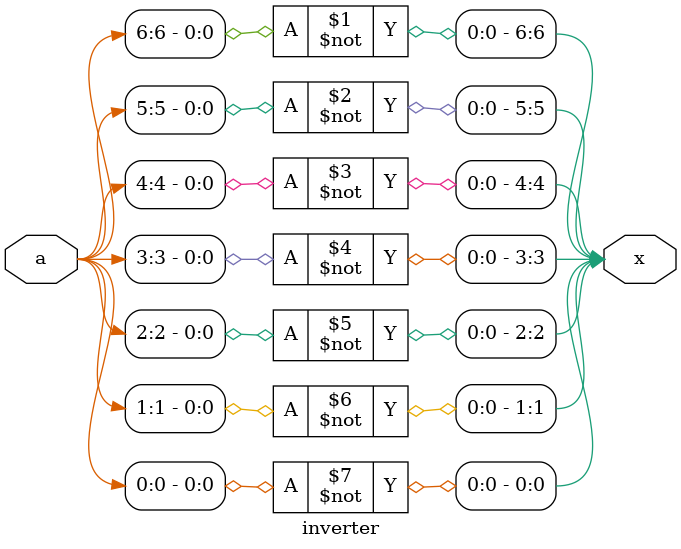
<source format=v>
`timescale 1ns / 1ps


module inverter(

    input [6:0] a,
    output [6:0] x
    );
    
  
    assign x[6] = ~a[6];
    assign x[5] = ~a[5];
    assign x[4] = ~a[4];
    assign x[3] = ~a[3];
    assign x[2] = ~a[2];
    assign x[1] = ~a[1];
    assign x[0] = ~a[0];
  
  
endmodule

</source>
